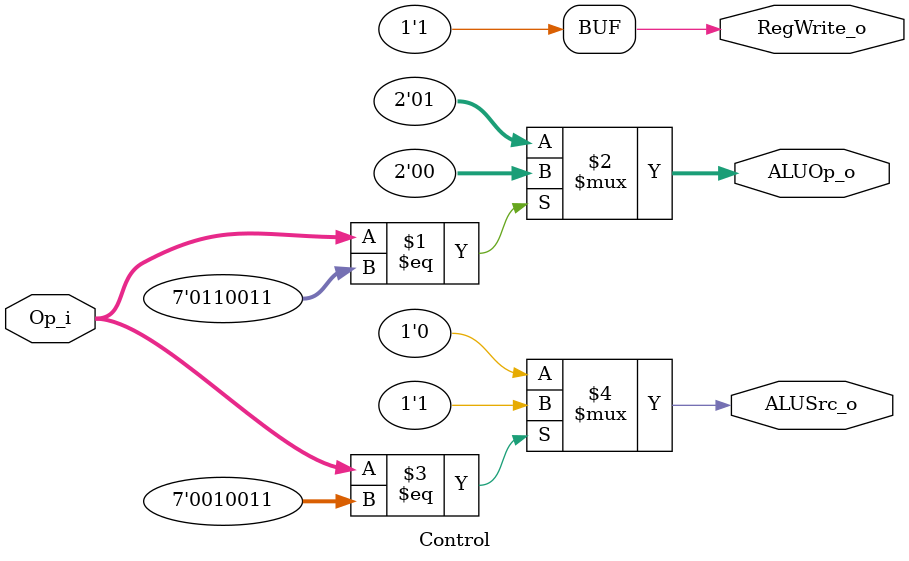
<source format=v>
module Control(
    input  wire [6:0] Op_i,
    output wire [1:0] ALUOp_o,
    output wire       ALUSrc_o,
    output wire       RegWrite_o
);
    assign ALUOp_o = ((Op_i == 7'b0110011) ? 2'b00 : 2'b01);
    assign ALUSrc_o = ((Op_i == 7'b0010011) ? 1'b1 : 1'b0);
    assign RegWrite_o = 1'b1;
endmodule
</source>
